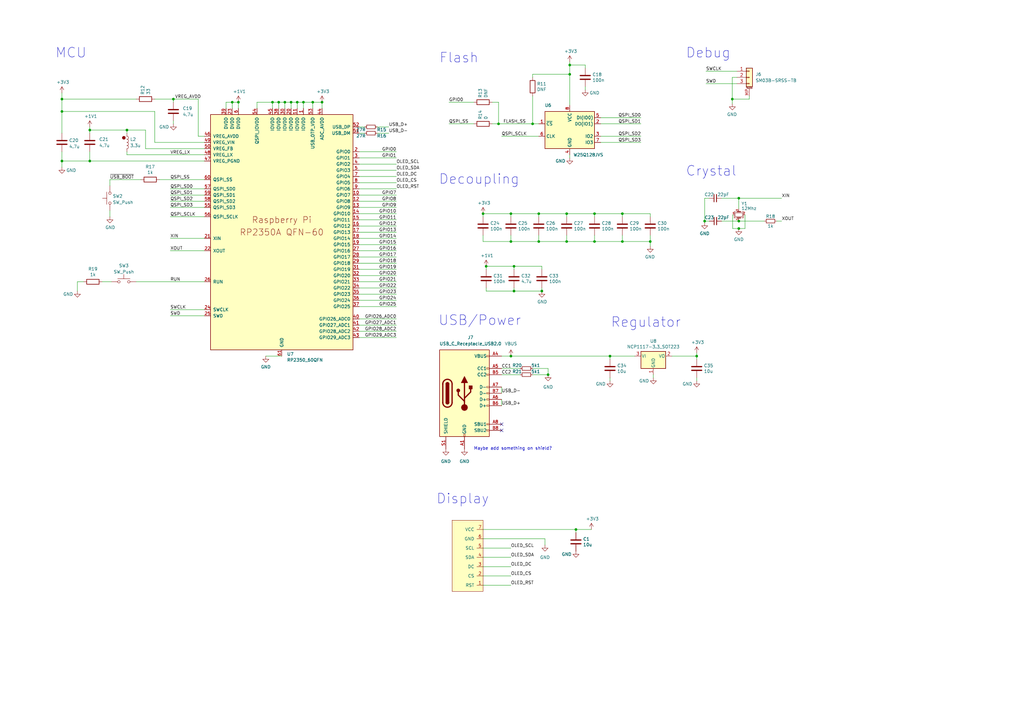
<source format=kicad_sch>
(kicad_sch (version 20250114) (generator "eeschema") (generator_version "9.0")
  (paper "A3")
  (lib_symbols
    (symbol "Connector:USB_C_Receptacle_USB2.0" (pin_names (offset 1.016))
      (property "Reference" "J" (at -10.16 19.05 0))
      (property "Value" "USB_C_Receptacle_USB2.0" (at 19.05 19.05 0))
      (symbol "USB_C_Receptacle_USB2.0_0_0"
        (rectangle (start -0.254 -17.78) (end 0.254 -16.764))
        (rectangle (start 10.16 15.494) (end 9.144 14.986))
        (rectangle (start 10.16 10.414) (end 9.144 9.906))
        (rectangle (start 10.16 7.874) (end 9.144 7.366))
        (rectangle (start 10.16 2.794) (end 9.144 2.286))
        (rectangle (start 10.16 0.254) (end 9.144 -0.254))
        (rectangle (start 10.16 -2.286) (end 9.144 -2.794))
        (rectangle (start 10.16 -4.826) (end 9.144 -5.334))
        (rectangle (start 10.16 -12.446) (end 9.144 -12.954))
        (rectangle (start 10.16 -14.986) (end 9.144 -15.494))
      )
      (symbol "USB_C_Receptacle_USB2.0_0_1"
        (rectangle (start -10.16 17.78) (end 10.16 -17.78) (stroke (width 0.254)) (fill (type background)))
        (polyline (pts (xy -8.89 -3.81) (xy -8.89 3.81)) (stroke (width 0.508)))
        (rectangle (start -7.62 -3.81) (end -6.35 3.81) (stroke (width 0.254)) (fill (type outline)))
        (arc (start -7.62 3.81) (mid -6.985 4.4423) (end -6.35 3.81) (stroke (width 0.254)))
        (arc (start -7.62 3.81) (mid -6.985 4.4423) (end -6.35 3.81) (stroke (width 0.254)) (fill (type outline)))
        (arc (start -8.89 3.81) (mid -6.985 5.7067) (end -5.08 3.81) (stroke (width 0.508)))
        (arc (start -5.08 -3.81) (mid -6.985 -5.7067) (end -8.89 -3.81) (stroke (width 0.508)))
        (arc (start -6.35 -3.81) (mid -6.985 -4.4423) (end -7.62 -3.81) (stroke (width 0.254)))
        (arc (start -6.35 -3.81) (mid -6.985 -4.4423) (end -7.62 -3.81) (stroke (width 0.254)) (fill (type outline)))
        (polyline (pts (xy -5.08 3.81) (xy -5.08 -3.81)) (stroke (width 0.508)))
        (circle (center -2.54 1.143) (radius 0.635) (stroke (width 0.254)) (fill (type outline)))
        (polyline (pts (xy -1.27 4.318) (xy 0 6.858) (xy 1.27 4.318) (xy -1.27 4.318)) (stroke (width 0.254)) (fill (type outline)))
        (polyline (pts (xy 0 -2.032) (xy 2.54 0.508) (xy 2.54 1.778)) (stroke (width 0.508)))
        (polyline (pts (xy 0 -3.302) (xy -2.54 -0.762) (xy -2.54 0.508)) (stroke (width 0.508)))
        (polyline (pts (xy 0 -5.842) (xy 0 4.318)) (stroke (width 0.508)))
        (circle (center 0 -5.842) (radius 1.27) (fill (type outline)))
        (rectangle (start 1.905 1.778) (end 3.175 3.048) (stroke (width 0.254)) (fill (type outline)))
      )
      (symbol "USB_C_Receptacle_USB2.0_1_1"
        (pin passive line (at -7.62 -22.86 90) (length 5.08) (name "SHIELD") (number "S1"))
        (pin passive line (at 0 -22.86 90) (length 5.08) (name "GND") (number "A1"))
        (pin passive line (at 0 -22.86 90) (length 5.08) (hide yes) (name "GND") (number "A12"))
        (pin passive line (at 0 -22.86 90) (length 5.08) (hide yes) (name "GND") (number "B1"))
        (pin passive line (at 0 -22.86 90) (length 5.08) (hide yes) (name "GND") (number "B12"))
        (pin passive line (at 15.24 15.24 180) (length 5.08) (name "VBUS") (number "A4"))
        (pin passive line (at 15.24 15.24 180) (length 5.08) (hide yes) (name "VBUS") (number "A9"))
        (pin passive line (at 15.24 15.24 180) (length 5.08) (hide yes) (name "VBUS") (number "B4"))
        (pin passive line (at 15.24 15.24 180) (length 5.08) (hide yes) (name "VBUS") (number "B9"))
        (pin bidirectional line (at 15.24 10.16 180) (length 5.08) (name "CC1") (number "A5"))
        (pin bidirectional line (at 15.24 7.62 180) (length 5.08) (name "CC2") (number "B5"))
        (pin bidirectional line (at 15.24 2.54 180) (length 5.08) (name "D-") (number "A7"))
        (pin bidirectional line (at 15.24 0 180) (length 5.08) (name "D-") (number "B7"))
        (pin bidirectional line (at 15.24 -2.54 180) (length 5.08) (name "D+") (number "A6"))
        (pin bidirectional line (at 15.24 -5.08 180) (length 5.08) (name "D+") (number "B6"))
        (pin bidirectional line (at 15.24 -12.7 180) (length 5.08) (name "SBU1") (number "A8"))
        (pin bidirectional line (at 15.24 -15.24 180) (length 5.08) (name "SBU2") (number "B8"))
      )
    )
    (symbol "Connector_Generic_MountingPin:Conn_01x03_MountingPin" (pin_names (offset 1.016) (hide yes))
      (property "Reference" "J" (at 0 5.08 0))
      (property "Value" "Conn_01x03_MountingPin" (at 1.27 -5.08 0))
      (symbol "Conn_01x03_MountingPin_1_1"
        (rectangle (start -1.27 3.81) (end 1.27 -3.81) (stroke (width 0.254)) (fill (type background)))
        (rectangle (start -1.27 2.667) (end 0 2.413) (stroke (width 0.1524)))
        (rectangle (start -1.27 0.127) (end 0 -0.127) (stroke (width 0.1524)))
        (rectangle (start -1.27 -2.413) (end 0 -2.667) (stroke (width 0.1524)))
        (polyline (pts (xy -1.016 -4.572) (xy 1.016 -4.572)) (stroke (width 0.1524)))
        (text "Mounting" (at 0 -4.191 0) (effects (font (size 0.381 0.381))))
        (pin passive line (at -5.08 2.54 0) (length 3.81) (name "Pin_1") (number "1"))
        (pin passive line (at -5.08 0 0) (length 3.81) (name "Pin_2") (number "2"))
        (pin passive line (at -5.08 -2.54 0) (length 3.81) (name "Pin_3") (number "3"))
        (pin passive line (at 0 -7.62 90) (length 3.048) (name "MountPin") (number "MP"))
      )
    )
    (symbol "Device:C" (pin_numbers (hide yes)) (pin_names (offset 0.254))
      (property "Reference" "C" (at 0.635 2.54 0))
      (property "Value" "C" (at 0.635 -2.54 0))
      (symbol "C_0_1"
        (polyline (pts (xy -2.032 0.762) (xy 2.032 0.762)) (stroke (width 0.508)))
        (polyline (pts (xy -2.032 -0.762) (xy 2.032 -0.762)) (stroke (width 0.508)))
      )
      (symbol "C_1_1"
        (pin passive line (at 0 3.81 270) (length 2.794) (name "~") (number "1"))
        (pin passive line (at 0 -3.81 90) (length 2.794) (name "~") (number "2"))
      )
    )
    (symbol "Device:C_Small" (pin_numbers (hide yes)) (pin_names (offset 0.254) (hide yes))
      (property "Reference" "C" (at 0.254 1.778 0))
      (property "Value" "C_Small" (at 0.254 -2.032 0))
      (symbol "C_Small_0_1"
        (polyline (pts (xy -1.524 0.508) (xy 1.524 0.508)) (stroke (width 0.3048)))
        (polyline (pts (xy -1.524 -0.508) (xy 1.524 -0.508)) (stroke (width 0.3302)))
      )
      (symbol "C_Small_1_1"
        (pin passive line (at 0 2.54 270) (length 2.032) (name "~") (number "1"))
        (pin passive line (at 0 -2.54 90) (length 2.032) (name "~") (number "2"))
      )
    )
    (symbol "Device:Crystal_GND24_Small" (pin_names (offset 1.016) (hide yes))
      (property "Reference" "Y" (at 1.27 4.445 0))
      (property "Value" "Crystal_GND24_Small" (at 1.27 2.54 0))
      (symbol "Crystal_GND24_Small_0_1"
        (polyline (pts (xy -1.27 1.27) (xy -1.27 1.905) (xy 1.27 1.905) (xy 1.27 1.27)))
        (polyline (pts (xy -1.27 -0.762) (xy -1.27 0.762)) (stroke (width 0.381)))
        (polyline (pts (xy -1.27 -1.27) (xy -1.27 -1.905) (xy 1.27 -1.905) (xy 1.27 -1.27)))
        (rectangle (start -0.762 -1.524) (end 0.762 1.524))
        (polyline (pts (xy 1.27 -0.762) (xy 1.27 0.762)) (stroke (width 0.381)))
      )
      (symbol "Crystal_GND24_Small_1_1"
        (pin passive line (at -2.54 0 0) (length 1.27) (name "1") (number "1"))
        (pin passive line (at 0 2.54 270) (length 0.635) (name "4") (number "4"))
        (pin passive line (at 0 -2.54 90) (length 0.635) (name "2") (number "2"))
        (pin passive line (at 2.54 0 180) (length 1.27) (name "3") (number "3"))
      )
    )
    (symbol "Device:L" (pin_numbers (hide yes)) (pin_names (offset 1.016) (hide yes))
      (property "Reference" "L" (at -1.27 0 90))
      (property "Value" "L" (at 1.905 0 90))
      (symbol "L_0_1"
        (arc (start 0 2.54) (mid 0.6323 1.905) (end 0 1.27))
        (arc (start 0 1.27) (mid 0.6323 0.635) (end 0 0))
        (arc (start 0 0) (mid 0.6323 -0.635) (end 0 -1.27))
        (arc (start 0 -1.27) (mid 0.6323 -1.905) (end 0 -2.54))
      )
      (symbol "L_1_1"
        (pin passive line (at 0 3.81 270) (length 1.27) (name "1") (number "1"))
        (pin passive line (at 0 -3.81 90) (length 1.27) (name "2") (number "2"))
      )
    )
    (symbol "Device:R" (pin_numbers (hide yes)) (pin_names (offset 0))
      (property "Reference" "R" (at 2.032 0 90))
      (property "Value" "R" (at 0 0 90))
      (symbol "R_0_1"
        (rectangle (start -1.016 -2.54) (end 1.016 2.54) (stroke (width 0.254)))
      )
      (symbol "R_1_1"
        (pin passive line (at 0 3.81 270) (length 1.27) (name "~") (number "1"))
        (pin passive line (at 0 -3.81 90) (length 1.27) (name "~") (number "2"))
      )
    )
    (symbol "Device:R_Small" (pin_numbers (hide yes)) (pin_names (offset 0.254) (hide yes))
      (property "Reference" "R" (at 0.762 0.508 0))
      (property "Value" "R_Small" (at 0.762 -1.016 0))
      (symbol "R_Small_0_1"
        (rectangle (start -0.762 1.778) (end 0.762 -1.778) (stroke (width 0.2032)))
      )
      (symbol "R_Small_1_1"
        (pin passive line (at 0 2.54 270) (length 0.762) (name "~") (number "1"))
        (pin passive line (at 0 -2.54 90) (length 0.762) (name "~") (number "2"))
      )
    )
    (symbol "MCU_RaspberryPi_RP2350:RP2350_60QFN" (pin_names (offset 1.016))
      (property "Reference" "U" (at -29.21 49.53 0))
      (property "Value" "RP2350_60QFN" (at 24.13 -49.53 0))
      (symbol "RP2350_60QFN_0_0"
        (text "Raspberry Pi" (at 0 5.08 0) (effects (font (size 2.54 2.54))))
      )
      (symbol "RP2350_60QFN_0_1"
        (rectangle (start 29.21 48.26) (end -29.21 -48.26) (stroke (width 0.254)) (fill (type background)))
      )
      (symbol "RP2350_60QFN_1_0"
        (text "RP2350A QFN-60" (at 0 0 0) (effects (font (size 2.54 2.54))))
      )
      (symbol "RP2350_60QFN_1_1"
        (pin power_in line (at -31.75 39.37 0) (length 2.54) (name "VREG_AVDD") (number "46"))
        (pin power_in line (at -31.75 36.83 0) (length 2.54) (name "VREG_VIN") (number "49"))
        (pin input line (at -31.75 34.29 0) (length 2.54) (name "VREG_FB") (number "50"))
        (pin power_out line (at -31.75 31.75 0) (length 2.54) (name "VREG_LX") (number "48"))
        (pin power_in line (at -31.75 29.21 0) (length 2.54) (name "VREG_PGND") (number "47"))
        (pin bidirectional line (at -31.75 21.59 0) (length 2.54) (name "QSPI_SS") (number "60"))
        (pin bidirectional line (at -31.75 17.78 0) (length 2.54) (name "QSPI_SD0") (number "57"))
        (pin bidirectional line (at -31.75 15.24 0) (length 2.54) (name "QSPI_SD1") (number "59"))
        (pin bidirectional line (at -31.75 12.7 0) (length 2.54) (name "QSPI_SD2") (number "58"))
        (pin bidirectional line (at -31.75 10.16 0) (length 2.54) (name "QSPI_SD3") (number "55"))
        (pin output line (at -31.75 6.35 0) (length 2.54) (name "QSPI_SCLK") (number "56"))
        (pin input line (at -31.75 -2.54 0) (length 2.54) (name "XIN") (number "21"))
        (pin passive line (at -31.75 -7.62 0) (length 2.54) (name "XOUT") (number "22"))
        (pin input line (at -31.75 -20.32 0) (length 2.54) (name "RUN") (number "26"))
        (pin output line (at -31.75 -31.75 0) (length 2.54) (name "SWCLK") (number "24"))
        (pin bidirectional line (at -31.75 -34.29 0) (length 2.54) (name "SWD") (number "25"))
        (pin power_in line (at -22.86 50.8 270) (length 2.54) (name "DVDD") (number "39"))
        (pin power_in line (at -20.32 50.8 270) (length 2.54) (name "DVDD") (number "23"))
        (pin power_in line (at -17.78 50.8 270) (length 2.54) (name "DVDD") (number "6"))
        (pin power_in line (at -10.16 50.8 270) (length 2.54) (name "QSPI_IOVDD") (number "54"))
        (pin power_in line (at -3.81 50.8 270) (length 2.54) (name "IOVDD") (number "45"))
        (pin power_in line (at -1.27 50.8 270) (length 2.54) (name "IOVDD") (number "38"))
        (pin power_in line (at 0 -50.8 90) (length 2.54) (name "GND") (number "61"))
        (pin power_in line (at 1.27 50.8 270) (length 2.54) (name "IOVDD") (number "30"))
        (pin power_in line (at 3.81 50.8 270) (length 2.54) (name "IOVDD") (number "20"))
        (pin power_in line (at 6.35 50.8 270) (length 2.54) (name "IOVDD") (number "11"))
        (pin power_in line (at 8.89 50.8 270) (length 2.54) (name "IOVDD") (number "1"))
        (pin power_in line (at 12.7 50.8 270) (length 2.54) (name "USB_OTP_VDD") (number "53"))
        (pin power_in line (at 16.51 50.8 270) (length 2.54) (name "ADC_AVDD") (number "44"))
        (pin bidirectional line (at 31.75 43.18 180) (length 2.54) (name "USB_DP") (number "52"))
        (pin bidirectional line (at 31.75 40.64 180) (length 2.54) (name "USB_DM") (number "51"))
        (pin bidirectional line (at 31.75 33.02 180) (length 2.54) (name "GPIO0") (number "2"))
        (pin bidirectional line (at 31.75 30.48 180) (length 2.54) (name "GPIO1") (number "3"))
        (pin bidirectional line (at 31.75 27.94 180) (length 2.54) (name "GPIO2") (number "4"))
        (pin bidirectional line (at 31.75 25.4 180) (length 2.54) (name "GPIO3") (number "5"))
        (pin bidirectional line (at 31.75 22.86 180) (length 2.54) (name "GPIO4") (number "7"))
        (pin bidirectional line (at 31.75 20.32 180) (length 2.54) (name "GPIO5") (number "8"))
        (pin bidirectional line (at 31.75 17.78 180) (length 2.54) (name "GPIO6") (number "9"))
        (pin bidirectional line (at 31.75 15.24 180) (length 2.54) (name "GPIO7") (number "10"))
        (pin bidirectional line (at 31.75 12.7 180) (length 2.54) (name "GPIO8") (number "12"))
        (pin bidirectional line (at 31.75 10.16 180) (length 2.54) (name "GPIO9") (number "13"))
        (pin bidirectional line (at 31.75 7.62 180) (length 2.54) (name "GPIO10") (number "14"))
        (pin bidirectional line (at 31.75 5.08 180) (length 2.54) (name "GPIO11") (number "15"))
        (pin bidirectional line (at 31.75 2.54 180) (length 2.54) (name "GPIO12") (number "16"))
        (pin bidirectional line (at 31.75 0 180) (length 2.54) (name "GPIO13") (number "17"))
        (pin bidirectional line (at 31.75 -2.54 180) (length 2.54) (name "GPIO14") (number "18"))
        (pin bidirectional line (at 31.75 -5.08 180) (length 2.54) (name "GPIO15") (number "19"))
        (pin bidirectional line (at 31.75 -7.62 180) (length 2.54) (name "GPIO16") (number "27"))
        (pin bidirectional line (at 31.75 -10.16 180) (length 2.54) (name "GPIO17") (number "28"))
        (pin bidirectional line (at 31.75 -12.7 180) (length 2.54) (name "GPIO18") (number "29"))
        (pin bidirectional line (at 31.75 -15.24 180) (length 2.54) (name "GPIO19") (number "31"))
        (pin bidirectional line (at 31.75 -17.78 180) (length 2.54) (name "GPIO20") (number "32"))
        (pin bidirectional line (at 31.75 -20.32 180) (length 2.54) (name "GPIO21") (number "33"))
        (pin bidirectional line (at 31.75 -22.86 180) (length 2.54) (name "GPIO22") (number "34"))
        (pin bidirectional line (at 31.75 -25.4 180) (length 2.54) (name "GPIO23") (number "35"))
        (pin bidirectional line (at 31.75 -27.94 180) (length 2.54) (name "GPIO24") (number "36"))
        (pin bidirectional line (at 31.75 -30.48 180) (length 2.54) (name "GPIO25") (number "37"))
        (pin bidirectional line (at 31.75 -35.56 180) (length 2.54) (name "GPIO26_ADC0") (number "40"))
        (pin bidirectional line (at 31.75 -38.1 180) (length 2.54) (name "GPIO27_ADC1") (number "41"))
        (pin bidirectional line (at 31.75 -40.64 180) (length 2.54) (name "GPIO28_ADC2") (number "42"))
        (pin bidirectional line (at 31.75 -43.18 180) (length 2.54) (name "GPIO29_ADC3") (number "43"))
      )
    )
    (symbol "Memory_Flash:W25Q128JVS"
      (property "Reference" "U" (at -8.89 8.89 0))
      (property "Value" "W25Q128JVS" (at 7.62 8.89 0))
      (symbol "W25Q128JVS_0_1"
        (rectangle (start -10.16 7.62) (end 10.16 -7.62) (stroke (width 0.254)) (fill (type background)))
      )
      (symbol "W25Q128JVS_1_1"
        (pin input line (at -12.7 2.54 0) (length 2.54) (name "~{CS}") (number "1"))
        (pin input line (at -12.7 -2.54 0) (length 2.54) (name "CLK") (number "6"))
        (pin power_in line (at 0 10.16 270) (length 2.54) (name "VCC") (number "8"))
        (pin power_in line (at 0 -10.16 90) (length 2.54) (name "GND") (number "4"))
        (pin bidirectional line (at 12.7 5.08 180) (length 2.54) (name "DI(IO0)") (number "5"))
        (pin bidirectional line (at 12.7 2.54 180) (length 2.54) (name "DO(IO1)") (number "2"))
        (pin bidirectional line (at 12.7 -2.54 180) (length 2.54) (name "IO2") (number "3"))
        (pin bidirectional line (at 12.7 -5.08 180) (length 2.54) (name "IO3") (number "7"))
      )
    )
    (symbol "Regulator_Linear:NCP1117-3.3_SOT223" (pin_names (offset 0.254))
      (property "Reference" "U" (at -3.81 3.175 0))
      (property "Value" "NCP1117-3.3_SOT223" (at 0 3.175 0))
      (symbol "NCP1117-3.3_SOT223_0_1"
        (rectangle (start -5.08 -5.08) (end 5.08 1.905) (stroke (width 0.254)) (fill (type background)))
      )
      (symbol "NCP1117-3.3_SOT223_1_1"
        (pin power_in line (at -7.62 0 0) (length 2.54) (name "VI") (number "3"))
        (pin power_in line (at 0 -7.62 90) (length 2.54) (name "GND") (number "1"))
        (pin power_out line (at 7.62 0 180) (length 2.54) (name "VO") (number "2"))
      )
    )
    (symbol "Switch:SW_Push" (pin_numbers (hide yes)) (pin_names (offset 1.016) (hide yes))
      (property "Reference" "SW" (at 1.27 2.54 0))
      (property "Value" "SW_Push" (at 0 -1.524 0))
      (symbol "SW_Push_0_1"
        (circle (center -2.032 0) (radius 0.508))
        (polyline (pts (xy 0 1.27) (xy 0 3.048)))
        (circle (center 2.032 0) (radius 0.508))
        (polyline (pts (xy 2.54 1.27) (xy -2.54 1.27)))
        (pin passive line (at -5.08 0 0) (length 2.54) (name "1") (number "1"))
        (pin passive line (at 5.08 0 180) (length 2.54) (name "2") (number "2"))
      )
    )
    (symbol "maimai:CG9A01" (pin_names (offset 1.016))
      (symbol "CG9A01_1_1"
        (rectangle (start -13.97 7.62) (end 15.24 -5.08) (fill (type background)))
        (pin bidirectional line (at -11.43 -5.08 90) (length 2.54) (name "RST") (number "1"))
        (pin bidirectional line (at -7.62 -5.08 90) (length 2.54) (name "CS") (number "2"))
        (pin bidirectional line (at -3.81 -5.08 90) (length 2.54) (name "DC") (number "3"))
        (pin bidirectional line (at 0 -5.08 90) (length 2.54) (name "SDA") (number "4"))
        (pin bidirectional line (at 3.81 -5.08 90) (length 2.54) (name "SCL") (number "5"))
        (pin power_in line (at 7.62 -5.08 90) (length 2.54) (name "GND") (number "6"))
        (pin power_in line (at 11.43 -5.08 90) (length 2.54) (name "VCC") (number "7"))
      )
    )
    (symbol "power:+1V1" (power) (pin_names (offset 0))
      (property "Value" "+1V1" (at 0 3.556 0))
      (symbol "+1V1_0_1"
        (polyline (pts (xy -0.762 1.27) (xy 0 2.54)))
        (polyline (pts (xy 0 2.54) (xy 0.762 1.27)))
        (polyline (pts (xy 0 0) (xy 0 2.54)))
      )
      (symbol "+1V1_1_1"
        (pin power_in line (at 0 0 90) (length 0) (hide yes) (name "+1V1") (number "1"))
      )
    )
    (symbol "power:+3V3" (power) (pin_names (offset 0))
      (property "Value" "+3V3" (at 0 3.556 0))
      (symbol "+3V3_0_1"
        (polyline (pts (xy -0.762 1.27) (xy 0 2.54)))
        (polyline (pts (xy 0 2.54) (xy 0.762 1.27)))
        (polyline (pts (xy 0 0) (xy 0 2.54)))
      )
      (symbol "+3V3_1_1"
        (pin power_in line (at 0 0 90) (length 0) (hide yes) (name "+3V3") (number "1"))
      )
    )
    (symbol "power:GND" (power) (pin_names (offset 0))
      (property "Value" "GND" (at 0 -3.81 0))
      (symbol "GND_0_1"
        (polyline (pts (xy 0 0) (xy 0 -1.27) (xy 1.27 -1.27) (xy 0 -2.54) (xy -1.27 -1.27) (xy 0 -1.27)))
      )
      (symbol "GND_1_1"
        (pin power_in line (at 0 0 270) (length 0) (hide yes) (name "GND") (number "1"))
      )
    )
    (symbol "power:VBUS" (power) (pin_names (offset 0))
      (property "Value" "VBUS" (at 0 3.81 0))
      (symbol "VBUS_0_1"
        (polyline (pts (xy -0.762 1.27) (xy 0 2.54)))
        (polyline (pts (xy 0 2.54) (xy 0.762 1.27)))
        (polyline (pts (xy 0 0) (xy 0 2.54)))
      )
      (symbol "VBUS_1_1"
        (pin power_in line (at 0 0 90) (length 0) (hide yes) (name "VBUS") (number "1"))
      )
    )
  )
  (circle (center 50.8 56.515) (radius 0.635) (stroke (width 0) (color 132 0 0 1)) (fill (type color) (color 132 0 0 1)))
  (text "Debug" (at 299.72 24.13 0) (effects (font (size 4 4)) (justify right bottom)))
  (text "Crystal" (at 281.2288 72.5932 0) (effects (font (size 4 4)) (justify left bottom)))
  (text "Flash" (at 196.342 26.162 0) (effects (font (size 4 4)) (justify right bottom)))
  (text "Regulator" (at 279.4 134.62 0) (effects (font (size 4 4)) (justify right bottom)))
  (text "USB/Power" (at 213.868 133.858 0) (effects (font (size 4 4)) (justify right bottom)))
  (text "Maybe add something on shield?" (at 194.31 184.785 0) (effects (font (size 1.27 1.27)) (justify left bottom)))
  (text "MCU" (at 35.56 24.13 0) (effects (font (size 4 4)) (justify right bottom)))
  (text "Decoupling" (at 213.106 75.946 0) (effects (font (size 4 4)) (justify right bottom)))
  (text "Display" (at 200.66 207.01 0) (effects (font (size 4 4)) (justify right bottom)))
  (junction (at 285.75 146.05))
  (junction (at 243.84 87.63))
  (junction (at 114.3 41.91))
  (junction (at 95.25 41.91))
  (junction (at 116.84 41.91))
  (junction (at 300.355 40.64))
  (junction (at 25.4 66.04))
  (junction (at 220.98 87.63))
  (junction (at 224.79 153.67))
  (junction (at 236.22 217.17))
  (junction (at 128.27 41.91))
  (junction (at 97.79 41.91))
  (junction (at 209.55 146.05))
  (junction (at 218.44 50.8))
  (junction (at 36.83 53.34))
  (junction (at 210.82 109.22))
  (junction (at 209.55 99.06))
  (junction (at 243.84 99.06))
  (junction (at 232.41 99.06))
  (junction (at 303.022 90.678))
  (junction (at 210.82 119.38))
  (junction (at 71.12 40.64))
  (junction (at 124.46 41.91))
  (junction (at 233.68 26.67))
  (junction (at 220.98 99.06))
  (junction (at 266.7 99.06))
  (junction (at 303.022 93.726))
  (junction (at 25.4 40.64))
  (junction (at 52.07 53.34))
  (junction (at 255.27 99.06))
  (junction (at 25.4 45.72))
  (junction (at 222.25 119.38))
  (junction (at 121.92 41.91))
  (junction (at 199.39 109.22))
  (junction (at 232.41 87.63))
  (junction (at 255.27 87.63))
  (junction (at 209.55 87.63))
  (junction (at 119.38 41.91))
  (junction (at 233.68 30.48))
  (junction (at 36.83 66.04))
  (junction (at 111.76 41.91))
  (junction (at 250.19 146.05))
  (junction (at 204.47 50.8))
  (junction (at 303.022 81.28))
  (junction (at 289.0012 90.678))
  (junction (at 198.12 87.63))
  (junction (at 132.08 41.91))
  (no_connect (at 205.74 176.53))
  (no_connect (at 205.74 173.99))
  (wire (pts (xy 147.32 135.89) (xy 162.56 135.89)))
  (wire (pts (xy 246.38 48.26) (xy 262.89 48.26)))
  (wire (pts (xy 233.68 26.67) (xy 233.68 30.48)))
  (wire (pts (xy 114.3 44.45) (xy 114.3 41.91)))
  (wire (pts (xy 147.32 110.49) (xy 162.56 110.49)))
  (wire (pts (xy 303.022 81.28) (xy 320.5988 81.28)))
  (wire (pts (xy 233.68 25.4) (xy 233.68 26.67)))
  (wire (pts (xy 41.91 115.57) (xy 45.72 115.57)))
  (wire (pts (xy 25.4 38.1) (xy 25.4 40.64)))
  (wire (pts (xy 255.27 99.06) (xy 266.7 99.06)))
  (wire (pts (xy 147.32 64.77) (xy 162.56 64.77)))
  (wire (pts (xy 218.44 39.37) (xy 218.44 50.8)))
  (wire (pts (xy 119.38 44.45) (xy 119.38 41.91)))
  (wire (pts (xy 209.55 99.06) (xy 198.12 99.06)))
  (wire (pts (xy 25.4 45.72) (xy 25.4 54.61)))
  (wire (pts (xy 83.82 127) (xy 69.85 127)))
  (wire (pts (xy 36.83 66.04) (xy 83.82 66.04)))
  (wire (pts (xy 295.91 81.28) (xy 303.022 81.28)))
  (wire (pts (xy 31.75 115.57) (xy 31.75 119.38)))
  (wire (pts (xy 147.32 62.23) (xy 162.56 62.23)))
  (wire (pts (xy 198.12 240.03) (xy 209.55 240.03)))
  (wire (pts (xy 83.82 73.66) (xy 65.405 73.66)))
  (wire (pts (xy 198.12 96.52) (xy 198.12 99.06)))
  (wire (pts (xy 290.83 81.28) (xy 289.0012 81.28)))
  (wire (pts (xy 116.84 41.91) (xy 119.38 41.91)))
  (wire (pts (xy 205.74 146.05) (xy 209.55 146.05)))
  (wire (pts (xy 243.84 87.63) (xy 255.27 87.63)))
  (wire (pts (xy 210.82 119.38) (xy 222.25 119.38)))
  (wire (pts (xy 132.08 41.91) (xy 132.08 44.45)))
  (wire (pts (xy 83.82 60.96) (xy 59.69 60.96)))
  (wire (pts (xy 300.355 31.75) (xy 300.355 40.64)))
  (wire (pts (xy 318.5668 90.678) (xy 320.5988 90.678)))
  (wire (pts (xy 198.12 217.17) (xy 236.22 217.17)))
  (wire (pts (xy 303.022 90.678) (xy 303.022 90.6272)))
  (wire (pts (xy 210.82 118.11) (xy 210.82 119.38)))
  (wire (pts (xy 198.12 224.79) (xy 209.55 224.79)))
  (wire (pts (xy 71.12 40.64) (xy 81.28 40.64)))
  (wire (pts (xy 147.32 100.33) (xy 162.56 100.33)))
  (wire (pts (xy 243.84 88.9) (xy 243.84 87.63)))
  (wire (pts (xy 210.82 109.22) (xy 222.25 109.22)))
  (wire (pts (xy 300.355 40.64) (xy 307.34 40.64)))
  (wire (pts (xy 289.0012 81.28) (xy 289.0012 90.678)))
  (wire (pts (xy 218.44 153.67) (xy 224.79 153.67)))
  (wire (pts (xy 307.34 39.37) (xy 307.34 40.64)))
  (wire (pts (xy 184.15 50.8) (xy 194.31 50.8)))
  (wire (pts (xy 111.76 44.45) (xy 111.76 41.91)))
  (wire (pts (xy 105.41 41.91) (xy 111.76 41.91)))
  (wire (pts (xy 198.12 88.9) (xy 198.12 87.63)))
  (wire (pts (xy 232.41 88.9) (xy 232.41 87.63)))
  (wire (pts (xy 149.6087 52.07) (xy 147.32 52.07)))
  (wire (pts (xy 266.7 88.9) (xy 266.7 87.63)))
  (wire (pts (xy 34.29 115.57) (xy 31.75 115.57)))
  (wire (pts (xy 25.4 40.64) (xy 55.88 40.64)))
  (wire (pts (xy 83.82 102.87) (xy 69.85 102.87)))
  (wire (pts (xy 147.32 77.47) (xy 162.56 77.47)))
  (wire (pts (xy 303.022 90.678) (xy 313.4868 90.678)))
  (wire (pts (xy 260.35 146.05) (xy 250.19 146.05)))
  (wire (pts (xy 128.27 44.45) (xy 128.27 41.91)))
  (wire (pts (xy 218.44 151.13) (xy 224.79 151.13)))
  (wire (pts (xy 114.3 41.91) (xy 116.84 41.91)))
  (wire (pts (xy 147.32 87.63) (xy 162.56 87.63)))
  (wire (pts (xy 222.25 110.49) (xy 222.25 109.22)))
  (wire (pts (xy 209.55 96.52) (xy 209.55 99.06)))
  (wire (pts (xy 240.03 26.67) (xy 233.68 26.67)))
  (wire (pts (xy 147.32 90.17) (xy 162.56 90.17)))
  (wire (pts (xy 199.39 110.49) (xy 199.39 109.22)))
  (wire (pts (xy 95.25 41.91) (xy 97.79 41.91)))
  (wire (pts (xy 289.56 29.21) (xy 302.26 29.21)))
  (wire (pts (xy 36.83 54.61) (xy 36.83 53.34)))
  (wire (pts (xy 285.75 154.94) (xy 285.75 156.21)))
  (wire (pts (xy 220.98 96.52) (xy 220.98 99.06)))
  (wire (pts (xy 210.82 109.22) (xy 210.82 110.49)))
  (wire (pts (xy 36.83 52.07) (xy 36.83 53.34)))
  (wire (pts (xy 243.84 99.06) (xy 232.41 99.06)))
  (wire (pts (xy 52.07 53.34) (xy 52.07 54.61)))
  (wire (pts (xy 147.32 85.09) (xy 162.56 85.09)))
  (wire (pts (xy 220.98 87.63) (xy 232.41 87.63)))
  (wire (pts (xy 124.46 41.91) (xy 128.27 41.91)))
  (wire (pts (xy 222.25 119.38) (xy 222.25 118.11)))
  (wire (pts (xy 25.4 66.04) (xy 36.83 66.04)))
  (wire (pts (xy 81.28 55.88) (xy 83.82 55.88)))
  (wire (pts (xy 147.32 120.65) (xy 162.56 120.65)))
  (wire (pts (xy 204.47 50.8) (xy 218.44 50.8)))
  (wire (pts (xy 289.0012 90.678) (xy 290.8808 90.678)))
  (wire (pts (xy 209.55 88.9) (xy 209.55 87.63)))
  (wire (pts (xy 236.22 218.44) (xy 236.22 217.17)))
  (wire (pts (xy 233.68 30.48) (xy 233.68 43.18)))
  (wire (pts (xy 92.71 41.91) (xy 92.71 44.45)))
  (wire (pts (xy 45.085 86.36) (xy 45.085 88.9)))
  (wire (pts (xy 250.19 154.94) (xy 250.19 156.21)))
  (wire (pts (xy 147.32 69.85) (xy 162.56 69.85)))
  (wire (pts (xy 25.4 45.72) (xy 63.5 45.72)))
  (wire (pts (xy 255.27 87.63) (xy 266.7 87.63)))
  (wire (pts (xy 295.9608 90.678) (xy 303.022 90.678)))
  (wire (pts (xy 218.44 31.75) (xy 218.44 30.48)))
  (wire (pts (xy 149.6087 54.61) (xy 147.32 54.61)))
  (wire (pts (xy 147.32 95.25) (xy 162.56 95.25)))
  (wire (pts (xy 255.27 88.9) (xy 255.27 87.63)))
  (wire (pts (xy 240.03 27.94) (xy 240.03 26.67)))
  (wire (pts (xy 147.32 133.35) (xy 162.56 133.35)))
  (wire (pts (xy 147.32 74.93) (xy 162.56 74.93)))
  (wire (pts (xy 232.41 96.52) (xy 232.41 99.06)))
  (wire (pts (xy 52.07 63.5) (xy 52.07 62.23)))
  (wire (pts (xy 218.44 50.8) (xy 220.98 50.8)))
  (wire (pts (xy 25.4 62.23) (xy 25.4 66.04)))
  (wire (pts (xy 233.68 63.5) (xy 233.68 64.77)))
  (wire (pts (xy 147.32 113.03) (xy 162.56 113.03)))
  (wire (pts (xy 198.12 87.63) (xy 209.55 87.63)))
  (wire (pts (xy 303.022 93.726) (xy 305.562 93.726)))
  (wire (pts (xy 199.39 119.38) (xy 210.82 119.38)))
  (wire (pts (xy 240.03 35.56) (xy 240.03 36.83)))
  (wire (pts (xy 147.32 80.01) (xy 162.56 80.01)))
  (wire (pts (xy 302.26 31.75) (xy 300.355 31.75)))
  (wire (pts (xy 209.55 146.05) (xy 250.19 146.05)))
  (wire (pts (xy 266.7 96.52) (xy 266.7 99.06)))
  (wire (pts (xy 147.32 115.57) (xy 162.56 115.57)))
  (wire (pts (xy 236.22 217.17) (xy 242.57 217.17)))
  (wire (pts (xy 246.38 55.88) (xy 262.89 55.88)))
  (wire (pts (xy 250.19 147.32) (xy 250.19 146.05)))
  (wire (pts (xy 232.41 87.63) (xy 243.84 87.63)))
  (wire (pts (xy 201.93 41.91) (xy 204.47 41.91)))
  (wire (pts (xy 184.15 41.91) (xy 194.31 41.91)))
  (wire (pts (xy 220.98 88.9) (xy 220.98 87.63)))
  (wire (pts (xy 147.32 105.41) (xy 162.56 105.41)))
  (wire (pts (xy 69.85 80.01) (xy 83.82 80.01)))
  (wire (pts (xy 95.25 44.45) (xy 95.25 41.91)))
  (wire (pts (xy 204.47 41.91) (xy 204.47 50.8)))
  (wire (pts (xy 36.83 53.34) (xy 52.07 53.34)))
  (wire (pts (xy 205.74 163.83) (xy 205.74 166.37)))
  (wire (pts (xy 83.82 88.9) (xy 69.85 88.9)))
  (wire (pts (xy 111.76 41.91) (xy 114.3 41.91)))
  (wire (pts (xy 63.5 40.64) (xy 71.12 40.64)))
  (wire (pts (xy 69.85 77.47) (xy 83.82 77.47)))
  (wire (pts (xy 69.85 82.55) (xy 83.82 82.55)))
  (wire (pts (xy 300.482 88.0872) (xy 300.482 93.726)))
  (wire (pts (xy 154.6887 54.61) (xy 159.4639 54.61)))
  (wire (pts (xy 147.32 82.55) (xy 162.56 82.55)))
  (wire (pts (xy 147.32 102.87) (xy 162.56 102.87)))
  (wire (pts (xy 63.5 58.42) (xy 83.82 58.42)))
  (wire (pts (xy 59.69 53.34) (xy 52.07 53.34)))
  (wire (pts (xy 224.79 151.13) (xy 224.79 153.67)))
  (wire (pts (xy 121.92 44.45) (xy 121.92 41.91)))
  (wire (pts (xy 275.59 146.05) (xy 285.75 146.05)))
  (wire (pts (xy 255.27 99.06) (xy 243.84 99.06)))
  (wire (pts (xy 55.88 115.57) (xy 83.82 115.57)))
  (wire (pts (xy 83.82 129.54) (xy 69.85 129.54)))
  (wire (pts (xy 69.85 85.09) (xy 83.82 85.09)))
  (wire (pts (xy 267.97 153.67) (xy 267.97 154.94)))
  (wire (pts (xy 285.75 147.32) (xy 285.75 146.05)))
  (wire (pts (xy 303.022 81.28) (xy 303.022 85.5472)))
  (wire (pts (xy 218.44 30.48) (xy 233.68 30.48)))
  (wire (pts (xy 147.32 67.31) (xy 162.56 67.31)))
  (wire (pts (xy 147.32 107.95) (xy 162.56 107.95)))
  (wire (pts (xy 305.562 88.0872) (xy 305.562 93.726)))
  (wire (pts (xy 205.74 153.67) (xy 213.36 153.67)))
  (wire (pts (xy 25.4 40.64) (xy 25.4 45.72)))
  (wire (pts (xy 199.39 109.22) (xy 210.82 109.22)))
  (wire (pts (xy 154.6887 52.07) (xy 159.4639 52.07)))
  (wire (pts (xy 116.84 44.45) (xy 116.84 41.91)))
  (wire (pts (xy 147.32 138.43) (xy 162.56 138.43)))
  (wire (pts (xy 243.84 96.52) (xy 243.84 99.06)))
  (wire (pts (xy 36.83 62.23) (xy 36.83 66.04)))
  (wire (pts (xy 105.41 44.45) (xy 105.41 41.91)))
  (wire (pts (xy 147.32 130.81) (xy 162.56 130.81)))
  (wire (pts (xy 198.12 232.41) (xy 209.55 232.41)))
  (wire (pts (xy 303.022 93.7768) (xy 303.022 93.726)))
  (wire (pts (xy 128.27 41.91) (xy 132.08 41.91)))
  (wire (pts (xy 223.52 220.98) (xy 223.52 223.52)))
  (wire (pts (xy 45.085 73.66) (xy 45.085 76.2)))
  (wire (pts (xy 121.92 41.91) (xy 124.46 41.91)))
  (wire (pts (xy 198.12 220.98) (xy 223.52 220.98)))
  (wire (pts (xy 97.79 41.91) (xy 97.79 44.45)))
  (wire (pts (xy 246.38 58.42) (xy 262.89 58.42)))
  (wire (pts (xy 205.74 158.75) (xy 205.74 161.29)))
  (wire (pts (xy 71.12 40.64) (xy 71.12 41.91)))
  (wire (pts (xy 124.46 41.91) (xy 124.46 44.45)))
  (wire (pts (xy 285.75 146.05) (xy 285.75 144.78)))
  (wire (pts (xy 57.785 73.66) (xy 45.085 73.66)))
  (wire (pts (xy 109.0168 146.05) (xy 115.57 146.05)))
  (wire (pts (xy 232.41 99.06) (xy 220.98 99.06)))
  (wire (pts (xy 119.38 41.91) (xy 121.92 41.91)))
  (wire (pts (xy 59.69 60.96) (xy 59.69 53.34)))
  (wire (pts (xy 147.32 97.79) (xy 162.56 97.79)))
  (wire (pts (xy 255.27 96.52) (xy 255.27 99.06)))
  (wire (pts (xy 220.98 99.06) (xy 209.55 99.06)))
  (wire (pts (xy 25.4 66.04) (xy 25.4 68.58)))
  (wire (pts (xy 69.85 97.79) (xy 83.82 97.79)))
  (wire (pts (xy 209.55 87.63) (xy 220.98 87.63)))
  (wire (pts (xy 289.56 34.29) (xy 302.26 34.29)))
  (wire (pts (xy 198.12 228.6) (xy 209.55 228.6)))
  (wire (pts (xy 300.355 40.64) (xy 300.355 42.545)))
  (wire (pts (xy 201.93 50.8) (xy 204.47 50.8)))
  (wire (pts (xy 147.32 118.11) (xy 162.56 118.11)))
  (wire (pts (xy 71.12 50.8) (xy 71.12 49.53)))
  (wire (pts (xy 147.32 92.71) (xy 162.56 92.71)))
  (wire (pts (xy 300.482 93.726) (xy 303.022 93.726)))
  (wire (pts (xy 198.12 236.22) (xy 209.55 236.22)))
  (wire (pts (xy 147.32 72.39) (xy 162.56 72.39)))
  (wire (pts (xy 205.74 151.13) (xy 213.36 151.13)))
  (wire (pts (xy 289.0012 90.678) (xy 289.0012 91.3384)))
  (wire (pts (xy 266.7 99.06) (xy 266.7 100.965)))
  (wire (pts (xy 205.74 55.88) (xy 220.98 55.88)))
  (wire (pts (xy 147.32 123.19) (xy 162.56 123.19)))
  (wire (pts (xy 95.25 41.91) (xy 92.71 41.91)))
  (wire (pts (xy 63.5 45.72) (xy 63.5 58.42)))
  (wire (pts (xy 246.38 50.8) (xy 262.89 50.8)))
  (wire (pts (xy 199.39 118.11) (xy 199.39 119.38)))
  (wire (pts (xy 52.07 63.5) (xy 83.82 63.5)))
  (wire (pts (xy 81.28 40.64) (xy 81.28 55.88)))
  (wire (pts (xy 147.32 125.73) (xy 162.56 125.73)))
  (label "VREG_AVDD" (at 71.755 40.64 0))
  (label "GPIO26_ADC0" (at 162.56 130.81 180))
  (label "SWCLK" (at 289.56 29.21 0))
  (label "GPIO25" (at 162.56 125.73 180))
  (label "GPIO22" (at 162.56 118.11 180))
  (label "GPIO10" (at 162.56 87.63 180))
  (label "GPIO29_ADC3" (at 162.56 138.43 180))
  (label "GPIO16" (at 162.56 102.87 180))
  (label "FLASH_SS" (at 206.375 50.8 0))
  (label "GPIO8" (at 162.56 82.55 180))
  (label "QSPI_SD0" (at 262.89 48.26 180))
  (label "CC2" (at 205.74 153.67 0))
  (label "GPIO15" (at 162.56 100.33 180))
  (label "USB_D-" (at 159.4639 54.61 0))
  (label "OLED_SCL" (at 162.56 67.31 0))
  (label "QSPI_SD3" (at 262.89 58.42 180))
  (label "GPIO7" (at 162.56 80.01 180))
  (label "OLED_SDA" (at 209.55 228.6 0))
  (label "XIN" (at 69.85 97.79 0))
  (label "GPIO24" (at 162.56 123.19 180))
  (label "QSPI_SD0" (at 69.85 77.47 0))
  (label "OLED_DC" (at 209.55 232.41 0))
  (label "OLED_RST" (at 162.56 77.47 0))
  (label "SWD" (at 289.56 34.29 0))
  (label "GPIO0" (at 184.15 41.91 0))
  (label "OLED_SCL" (at 209.55 224.79 0))
  (label "QSPI_SD2" (at 69.85 82.55 0))
  (label "SWD" (at 69.85 129.54 0))
  (label "QSPI_SD1" (at 69.85 80.01 0))
  (label "XOUT" (at 69.85 102.87 0))
  (label "XIN" (at 320.5988 81.28 0))
  (label "OLED_SDA" (at 162.56 69.85 0))
  (label "QSPI_SCLK" (at 205.74 55.88 0))
  (label "OLED_DC" (at 162.56 72.39 0))
  (label "GPIO1" (at 162.56 64.77 180))
  (label "USB_D+" (at 205.74 166.37 0))
  (label "OLED_CS" (at 209.55 236.22 0))
  (label "GPIO23" (at 162.56 120.65 180))
  (label "QSPI_SS" (at 184.15 50.8 0))
  (label "QSPI_SCLK" (at 69.85 88.9 0))
  (label "GPIO0" (at 162.56 62.23 180))
  (label "GPIO19" (at 162.56 110.49 180))
  (label "GPIO12" (at 162.56 92.71 180))
  (label "VREG_LX" (at 69.85 63.5 0))
  (label "GPIO17" (at 162.56 105.41 180))
  (label "USB_D-" (at 205.74 161.29 0))
  (label "GPIO20" (at 162.56 113.03 180))
  (label "RUN" (at 69.85 115.57 0))
  (label "OLED_CS" (at 162.56 74.93 0))
  (label "QSPI_SD1" (at 262.89 50.8 180))
  (label "QSPI_SD3" (at 69.85 85.09 0))
  (label "SWCLK" (at 69.85 127 0))
  (label "GPIO11" (at 162.56 90.17 180))
  (label "XOUT" (at 320.5988 90.678 0))
  (label "GPIO28_ADC2" (at 162.56 135.89 180))
  (label "GPIO18" (at 162.56 107.95 180))
  (label "QSPI_SS" (at 69.85 73.66 0))
  (label "GPIO9" (at 162.56 85.09 180))
  (label "~{USB_BOOT}" (at 45.085 73.66 0))
  (label "GPIO27_ADC1" (at 162.56 133.35 180))
  (label "CC1" (at 205.74 151.13 0))
  (label "USB_D+" (at 159.4639 52.07 0))
  (label "QSPI_SD2" (at 262.89 55.88 180))
  (label "OLED_RST" (at 209.55 240.03 0))
  (label "GPIO13" (at 162.56 95.25 180))
  (label "GPIO14" (at 162.56 97.79 180))
  (label "GPIO21" (at 162.56 115.57 180))
  (symbol (lib_id "power:GND") (at 223.52 223.52 0) (unit 1)
    (property "Reference" "#PWR0106" (effects (hide yes)))
    (property "Value" "GND" (at 223.52 228.6 0))
  )
  (symbol (lib_id "power:+1V1") (at 36.83 52.07 0) (unit 1)
    (property "Reference" "#PWR041" (effects (hide yes)))
    (property "Value" "+1V1" (at 37.211 47.6758 0))
  )
  (symbol (lib_id "power:GND") (at 45.085 88.9 0) (unit 1)
    (property "Reference" "#PWR045" (effects (hide yes)))
    (property "Value" "GND" (at 45.212 93.2942 0))
  )
  (symbol (lib_id "Device:R") (at 59.69 40.64 90) (unit 1)
    (property "Reference" "R12" (at 58.5216 38.862 0) (effects (justify left)))
    (property "Value" "33" (at 60.833 38.862 0) (effects (justify left)))
    (property "Footprint" "Resistor_SMD:R_0402_1005Metric" (effects (hide yes)))
  )
  (symbol (lib_id "Device:L") (at 52.07 58.42 0) (unit 1)
    (property "Reference" "L2" (at 53.34 57.15 0) (effects (justify left)))
    (property "Value" "3.3u" (at 53.34 59.69 0) (effects (justify left)))
    (property "Footprint" "footprints:L_pol_2016" (effects (hide yes)))
  )
  (symbol (lib_id "Device:C") (at 250.19 151.13 0) (unit 1)
    (property "Reference" "C34" (at 253.111 149.9616 0) (effects (justify left)))
    (property "Value" "10u" (at 253.111 152.273 0) (effects (justify left)))
    (property "Footprint" "Capacitor_SMD:C_0805_2012Metric" (effects (hide yes)))
  )
  (symbol (lib_id "Regulator_Linear:NCP1117-3.3_SOT223") (at 267.97 146.05 0) (unit 1)
    (property "Reference" "U8" (at 267.97 139.9032 0))
    (property "Value" "NCP1117-3.3_SOT223" (at 267.97 142.2146 0))
    (property "Footprint" "Package_TO_SOT_SMD:SOT-223-3_TabPin2" (effects (hide yes)))
    (property "Datasheet" "http://www.onsemi.com/pub_link/Collateral/NCP1117-D.PDF" (effects (hide yes)))
  )
  (symbol (lib_id "power:+3V3") (at 233.68 25.4 0) (unit 1)
    (property "Reference" "#PWR034" (effects (hide yes)))
    (property "Value" "+3V3" (at 234.061 21.0058 0))
  )
  (symbol (lib_id "power:GND") (at 267.97 154.94 0) (unit 1)
    (property "Reference" "#PWR056" (effects (hide yes)))
    (property "Value" "GND" (at 264.16 156.21 0))
  )
  (symbol (lib_id "Device:C") (at 240.03 31.75 0) (unit 1)
    (property "Reference" "C18" (at 242.951 30.5816 0) (effects (justify left)))
    (property "Value" "100n" (at 242.951 32.893 0) (effects (justify left)))
    (property "Footprint" "Capacitor_SMD:C_0402_1005Metric" (effects (hide yes)))
  )
  (symbol (lib_id "Device:C") (at 266.7 92.71 0) (unit 1)
    (property "Reference" "C30" (at 269.621 91.5416 0) (effects (justify left)))
    (property "Value" "100n" (at 269.621 93.853 0) (effects (justify left)))
    (property "Footprint" "Capacitor_SMD:C_0402_1005Metric" (effects (hide yes)))
  )
  (symbol (lib_id "Device:C") (at 198.12 92.71 0) (unit 1)
    (property "Reference" "C24" (at 201.041 91.5416 0) (effects (justify left)))
    (property "Value" "100n" (at 201.041 93.853 0) (effects (justify left)))
    (property "Footprint" "Capacitor_SMD:C_0402_1005Metric" (effects (hide yes)))
  )
  (symbol (lib_id "power:GND") (at 285.75 156.21 0) (unit 1)
    (property "Reference" "#PWR058" (effects (hide yes)))
    (property "Value" "GND" (at 281.94 157.48 0))
  )
  (symbol (lib_id "Device:C") (at 232.41 92.71 0) (unit 1)
    (property "Reference" "C27" (at 235.331 91.5416 0) (effects (justify left)))
    (property "Value" "100n" (at 235.331 93.853 0) (effects (justify left)))
    (property "Footprint" "Capacitor_SMD:C_0402_1005Metric" (effects (hide yes)))
  )
  (symbol (lib_id "Device:R") (at 61.595 73.66 270) (unit 1)
    (property "Reference" "R17" (at 61.595 68.4022 90))
    (property "Value" "1k" (at 61.595 70.7136 90))
    (property "Footprint" "Resistor_SMD:R_0402_1005Metric" (effects (hide yes)))
  )
  (symbol (lib_id "power:GND") (at 224.79 153.67 0) (unit 1)
    (property "Reference" "#PWR055" (effects (hide yes)))
    (property "Value" "GND" (at 224.79 158.75 0))
  )
  (symbol (lib_id "power:+3V3") (at 25.4 38.1 0) (unit 1)
    (property "Reference" "#PWR036" (effects (hide yes)))
    (property "Value" "+3V3" (at 25.781 33.7058 0))
  )
  (symbol (lib_id "power:GND") (at 233.68 64.77 0) (unit 1)
    (property "Reference" "#PWR042" (effects (hide yes)))
    (property "Value" "GND" (at 229.87 66.04 0))
  )
  (symbol (lib_id "Device:C") (at 243.84 92.71 0) (unit 1)
    (property "Reference" "C28" (at 246.761 91.5416 0) (effects (justify left)))
    (property "Value" "100n" (at 246.761 93.853 0) (effects (justify left)))
    (property "Footprint" "Capacitor_SMD:C_0402_1005Metric" (effects (hide yes)))
  )
  (symbol (lib_id "Device:C_Small") (at 293.4208 90.678 90) (unit 1)
    (property "Reference" "C23" (at 290.9316 89.2048 90))
    (property "Value" "22pF" (at 296.7228 89.2048 90))
    (property "Footprint" "Capacitor_SMD:C_0402_1005Metric" (effects (hide yes)))
  )
  (symbol (lib_id "Device:R") (at 218.44 35.56 0) (unit 1)
    (property "Reference" "R11" (at 220.218 34.3916 0) (effects (justify left)))
    (property "Value" "DNF" (at 220.218 36.703 0) (effects (justify left)))
    (property "Footprint" "Resistor_SMD:R_0402_1005Metric" (effects (hide yes)))
  )
  (symbol (lib_id "power:GND") (at 190.5 184.15 0) (unit 1)
    (property "Reference" "#PWR060" (effects (hide yes)))
    (property "Value" "GND" (at 190.5 189.23 0))
  )
  (symbol (lib_id "Device:C") (at 199.39 114.3 0) (unit 1)
    (property "Reference" "C31" (at 202.311 113.1316 0) (effects (justify left)))
    (property "Value" "100n" (at 202.311 115.443 0) (effects (justify left)))
    (property "Footprint" "Capacitor_SMD:C_0402_1005Metric" (effects (hide yes)))
  )
  (symbol (lib_id "power:GND") (at 25.4 68.58 0) (mirror y) (unit 1)
    (property "Reference" "#PWR043" (effects (hide yes)))
    (property "Value" "GND" (at 29.21 69.85 0))
  )
  (symbol (lib_id "power:GND") (at 109.0168 146.05 0) (unit 1)
    (property "Reference" "#PWR053" (effects (hide yes)))
    (property "Value" "GND" (at 109.0168 150.4934 0))
  )
  (symbol (lib_id "Device:C") (at 209.55 92.71 0) (unit 1)
    (property "Reference" "C25" (at 212.471 91.5416 0) (effects (justify left)))
    (property "Value" "100n" (at 212.471 93.853 0) (effects (justify left)))
    (property "Footprint" "Capacitor_SMD:C_0402_1005Metric" (effects (hide yes)))
  )
  (symbol (lib_id "power:+1V1") (at 97.79 41.91 0) (unit 1)
    (property "Reference" "#PWR037" (effects (hide yes)))
    (property "Value" "+1V1" (at 98.171 37.5158 0))
  )
  (symbol (lib_id "Device:C") (at 71.12 45.72 0) (unit 1)
    (property "Reference" "C19" (at 74.93 44.45 0) (effects (justify left)))
    (property "Value" "4.7u" (at 74.93 46.99 0) (effects (justify left)))
    (property "Footprint" "Capacitor_SMD:C_0402_1005Metric" (effects (hide yes)))
  )
  (symbol (lib_id "Device:R_Small") (at 215.9 153.67 90) (unit 1)
    (property "Reference" "R21" (at 212.09 152.4 90))
    (property "Value" "5k1" (at 219.71 152.4 90))
    (property "Footprint" "Resistor_SMD:R_0402_1005Metric" (effects (hide yes)))
    (property "LCSC" "C25905" (effects (hide yes)))
  )
  (symbol (lib_id "power:GND") (at 266.7 100.965 0) (mirror y) (unit 1)
    (property "Reference" "#PWR048" (effects (hide yes)))
    (property "Value" "GND" (at 266.573 105.3592 0))
  )
  (symbol (lib_id "Device:R_Small") (at 316.0268 90.678 90) (unit 1)
    (property "Reference" "R18" (at 316.0268 88.7476 90))
    (property "Value" "1k" (at 316.0268 92.71 90))
    (property "Footprint" "Resistor_SMD:R_0402_1005Metric" (effects (hide yes)))
  )
  (symbol (lib_id "Switch:SW_Push") (at 45.085 81.28 90) (unit 1)
    (property "Reference" "SW2" (at 46.228 80.4453 90) (effects (justify right)))
    (property "Value" "SW_Push" (at 46.228 82.9822 90) (effects (justify right)))
    (property "Footprint" "Button_Switch_SMD:SW_Push_1P1T_NO_Vertical_Wuerth_434133025816" (effects (hide yes)))
  )
  (symbol (lib_id "Memory_Flash:W25Q128JVS") (at 233.68 53.34 0) (unit 1)
    (property "Reference" "U6" (at 224.79 43.18 0))
    (property "Value" "W25Q128JVS" (at 241.3 63.5 0))
    (property "Footprint" "Package_SO:SOIC-8_5.3x5.3mm_P1.27mm" (effects (hide yes)))
    (property "Datasheet" "http://www.winbond.com/resource-files/w25q128jv_dtr%20revc%2003272018%20plus.pdf" (effects (hide yes)))
  )
  (symbol (lib_id "MCU_RaspberryPi_RP2350:RP2350_60QFN") (at 115.57 95.25 0) (unit 1)
    (property "Reference" "U7" (at 117.7133 145.2301 0) (effects (justify left)))
    (property "Value" "RP2350_60QFN" (at 117.7133 147.6544 0) (effects (justify left)))
    (property "Footprint" "footprints:RP2350-QFN-60-1EP_7x7_P0.4mm_EP3.4x3.4mm_ThermalVias" (effects (hide yes)))
  )
  (symbol (lib_id "power:GND") (at 31.75 119.38 0) (unit 1)
    (property "Reference" "#PWR050" (effects (hide yes)))
    (property "Value" "GND" (at 27.94 120.65 0))
  )
  (symbol (lib_id "power:GND") (at 250.19 156.21 0) (unit 1)
    (property "Reference" "#PWR057" (effects (hide yes)))
    (property "Value" "GND" (at 246.38 157.48 0))
  )
  (symbol (lib_id "Device:C_Small") (at 293.37 81.28 90) (unit 1)
    (property "Reference" "C22" (at 290.8808 79.8068 90))
    (property "Value" "22pF" (at 296.672 79.8068 90))
    (property "Footprint" "Capacitor_SMD:C_0402_1005Metric" (effects (hide yes)))
  )
  (symbol (lib_id "Device:C") (at 25.4 58.42 0) (unit 1)
    (property "Reference" "C20" (at 28.321 57.5853 0) (effects (justify left)))
    (property "Value" "4.7u" (at 28.321 60.1222 0) (effects (justify left)))
    (property "Footprint" "Capacitor_SMD:C_0402_1005Metric" (effects (hide yes)))
  )
  (symbol (lib_id "Device:R") (at 198.12 50.8 90) (unit 1)
    (property "Reference" "R14" (at 196.9516 49.022 0) (effects (justify left)))
    (property "Value" "0" (at 199.263 49.022 0) (effects (justify left)))
    (property "Footprint" "Resistor_SMD:R_0402_1005Metric" (effects (hide yes)))
  )
  (symbol (lib_id "power:GND") (at 300.355 42.545 0) (mirror y) (unit 1)
    (property "Reference" "#PWR039" (effects (hide yes)))
    (property "Value" "GND" (at 300.228 46.9392 0))
  )
  (symbol (lib_id "maimai:CG9A01") (at 193.04 228.6 90) (unit 1)
    (property "Reference" "GC9A1" (effects (hide yes)))
    (property "Value" "CG9A01" (effects (hide yes)))
    (property "Footprint" "footprints:GC9A01" (effects (hide yes)))
  )
  (symbol (lib_id "power:+3V3") (at 242.57 217.17 0) (unit 1)
    (property "Reference" "#PWR0102" (effects (hide yes)))
    (property "Value" "+3V3" (at 242.951 212.7758 0))
  )
  (symbol (lib_id "Device:R") (at 198.12 41.91 90) (unit 1)
    (property "Reference" "R13" (at 196.9516 40.132 0) (effects (justify left)))
    (property "Value" "DNF" (at 199.263 40.132 0) (effects (justify left)))
    (property "Footprint" "Resistor_SMD:R_0402_1005Metric" (effects (hide yes)))
  )
  (symbol (lib_id "Device:C") (at 222.25 114.3 0) (unit 1)
    (property "Reference" "C33" (at 225.171 113.1316 0) (effects (justify left)))
    (property "Value" "100n" (at 225.171 115.443 0) (effects (justify left)))
    (property "Footprint" "Capacitor_SMD:C_0402_1005Metric" (effects (hide yes)))
  )
  (symbol (lib_id "power:+1V1") (at 199.39 109.22 0) (unit 1)
    (property "Reference" "#PWR049" (effects (hide yes)))
    (property "Value" "+1V1" (at 199.771 104.8258 0))
  )
  (symbol (lib_id "Device:C") (at 285.75 151.13 0) (unit 1)
    (property "Reference" "C35" (at 288.671 149.9616 0) (effects (justify left)))
    (property "Value" "10u" (at 288.671 152.273 0) (effects (justify left)))
    (property "Footprint" "Capacitor_SMD:C_0805_2012Metric" (effects (hide yes)))
  )
  (symbol (lib_id "Device:C") (at 220.98 92.71 0) (unit 1)
    (property "Reference" "C26" (at 223.901 91.5416 0) (effects (justify left)))
    (property "Value" "100n" (at 223.901 93.853 0) (effects (justify left)))
    (property "Footprint" "Capacitor_SMD:C_0402_1005Metric" (effects (hide yes)))
  )
  (symbol (lib_id "Device:Crystal_GND24_Small") (at 303.022 88.0872 90) (unit 1)
    (property "Reference" "Y1" (at 305.308 83.5152 90))
    (property "Value" "12Mhz" (at 307.1876 85.4964 90))
    (property "Footprint" "Crystal:Crystal_SMD_3225-4Pin_3.2x2.5mm" (effects (hide yes)))
  )
  (symbol (lib_id "Device:R") (at 38.1 115.57 270) (unit 1)
    (property "Reference" "R19" (at 38.1 110.3122 90))
    (property "Value" "1k" (at 38.1 112.6236 90))
    (property "Footprint" "Resistor_SMD:R_0402_1005Metric" (effects (hide yes)))
  )
  (symbol (lib_id "Switch:SW_Push") (at 50.8 115.57 0) (unit 1)
    (property "Reference" "SW3" (at 50.8 108.9492 0))
    (property "Value" "SW_Push" (at 50.8 111.4861 0))
    (property "Footprint" "Button_Switch_SMD:SW_Push_1P1T_NO_Vertical_Wuerth_434133025816" (effects (hide yes)))
  )
  (symbol (lib_id "power:GND") (at 222.25 119.38 0) (unit 1)
    (property "Reference" "#PWR051" (effects (hide yes)))
    (property "Value" "GND" (at 222.377 123.7742 0))
  )
  (symbol (lib_id "Device:R_Small") (at 152.1487 52.07 270) (unit 1)
    (property "Reference" "R15" (at 154.5871 53.1876 90) (effects (justify left)))
    (property "Value" "27R" (at 150.0151 53.1876 90) (effects (justify right)))
    (property "Footprint" "Resistor_SMD:R_0402_1005Metric" (effects (hide yes)))
  )
  (symbol (lib_id "Device:C") (at 236.22 222.25 0) (unit 1)
    (property "Reference" "C1" (at 239.141 221.0816 0) (effects (justify left)))
    (property "Value" "10u" (at 239.141 223.393 0) (effects (justify left)))
    (property "Footprint" "Capacitor_SMD:C_0805_2012Metric" (effects (hide yes)))
  )
  (symbol (lib_id "power:GND") (at 240.03 36.83 0) (unit 1)
    (property "Reference" "#PWR035" (effects (hide yes)))
    (property "Value" "GND" (at 243.84 38.1 0))
  )
  (symbol (lib_id "Device:C") (at 36.83 58.42 0) (unit 1)
    (property "Reference" "C21" (at 40.64 57.15 0) (effects (justify left)))
    (property "Value" "4.7u" (at 40.64 59.69 0) (effects (justify left)))
    (property "Footprint" "Capacitor_SMD:C_0402_1005Metric" (effects (hide yes)))
  )
  (symbol (lib_id "power:GND") (at 182.88 184.15 0) (unit 1)
    (property "Reference" "#PWR059" (effects (hide yes)))
    (property "Value" "GND" (at 182.88 189.23 0))
  )
  (symbol (lib_id "Connector:USB_C_Receptacle_USB2.0") (at 190.5 161.29 0) (unit 1)
    (property "Reference" "J7" (at 192.9765 138.43 0))
    (property "Value" "USB_C_Receptacle_USB2.0" (at 192.9765 140.97 0))
    (property "Footprint" "Connector_USB:USB_C_Receptacle_HRO_TYPE-C-31-M-12" (effects (hide yes)))
    (property "Datasheet" "https://www.usb.org/sites/default/files/documents/usb_type-c.zip" (effects (hide yes)))
    (property "LCSC" "C165948" (effects (hide yes)))
  )
  (symbol (lib_id "Device:C") (at 255.27 92.71 0) (unit 1)
    (property "Reference" "C29" (at 258.191 91.5416 0) (effects (justify left)))
    (property "Value" "100n" (at 258.191 93.853 0) (effects (justify left)))
    (property "Footprint" "Capacitor_SMD:C_0402_1005Metric" (effects (hide yes)))
  )
  (symbol (lib_id "power:+3V3") (at 285.75 144.78 0) (unit 1)
    (property "Reference" "#PWR052" (effects (hide yes)))
    (property "Value" "+3V3" (at 286.131 140.3858 0))
  )
  (symbol (lib_id "Device:R_Small") (at 152.1487 54.61 270) (unit 1)
    (property "Reference" "R16" (at 154.5871 55.7276 90) (effects (justify left)))
    (property "Value" "27R" (at 150.0151 55.7276 90) (effects (justify right)))
    (property "Footprint" "Resistor_SMD:R_0402_1005Metric" (effects (hide yes)))
  )
  (symbol (lib_id "power:+3V3") (at 132.08 41.91 0) (unit 1)
    (property "Reference" "#PWR038" (effects (hide yes)))
    (property "Value" "+3V3" (at 132.461 37.5158 0))
  )
  (symbol (lib_id "power:VBUS") (at 209.55 146.05 0) (unit 1)
    (property "Reference" "#PWR054" (effects (hide yes)))
    (property "Value" "VBUS" (at 209.55 140.97 0))
  )
  (symbol (lib_id "Connector_Generic_MountingPin:Conn_01x03_MountingPin") (at 307.34 31.75 0) (unit 1)
    (property "Reference" "J6" (at 309.88 30.48 0) (effects (justify left)))
    (property "Value" "SM03B-SRSS-TB" (at 309.88 33.02 0) (effects (justify left)))
    (property "Footprint" "Connector_JST:JST_SH_SM03B-SRSS-TB_1x03-1MP_P1.00mm_Horizontal" (effects (hide yes)))
  )
  (symbol (lib_id "power:GND") (at 236.22 226.06 0) (unit 1)
    (property "Reference" "#PWR0107" (effects (hide yes)))
    (property "Value" "GND" (at 232.41 227.33 0))
  )
  (symbol (lib_id "power:GND") (at 303.022 93.7768 0) (unit 1)
    (property "Reference" "#PWR047" (effects (hide yes)))
    (property "Value" "GND" (at 303.022 98.2202 0))
  )
  (symbol (lib_id "power:GND") (at 289.0012 91.3384 0) (unit 1)
    (property "Reference" "#PWR046" (effects (hide yes)))
    (property "Value" "GND" (at 289.0012 95.7818 0))
  )
  (symbol (lib_id "Device:R_Small") (at 215.9 151.13 90) (unit 1)
    (property "Reference" "R20" (at 212.09 149.86 90))
    (property "Value" "5k1" (at 219.71 149.86 90))
    (property "Footprint" "Resistor_SMD:R_0402_1005Metric" (effects (hide yes)))
    (property "LCSC" "C25905" (effects (hide yes)))
  )
  (symbol (lib_id "power:GND") (at 71.12 50.8 0) (unit 1)
    (property "Reference" "#PWR040" (effects (hide yes)))
    (property "Value" "GND" (at 67.31 52.07 0))
  )
  (symbol (lib_id "power:+3V3") (at 198.12 87.63 0) (unit 1)
    (property "Reference" "#PWR044" (effects (hide yes)))
    (property "Value" "+3V3" (at 198.501 83.2358 0))
  )
  (symbol (lib_id "Device:C") (at 210.82 114.3 0) (unit 1)
    (property "Reference" "C32" (at 213.741 113.1316 0) (effects (justify left)))
    (property "Value" "4.7u" (at 213.741 115.443 0) (effects (justify left)))
    (property "Footprint" "Capacitor_SMD:C_0402_1005Metric" (effects (hide yes)))
  )
)
</source>
